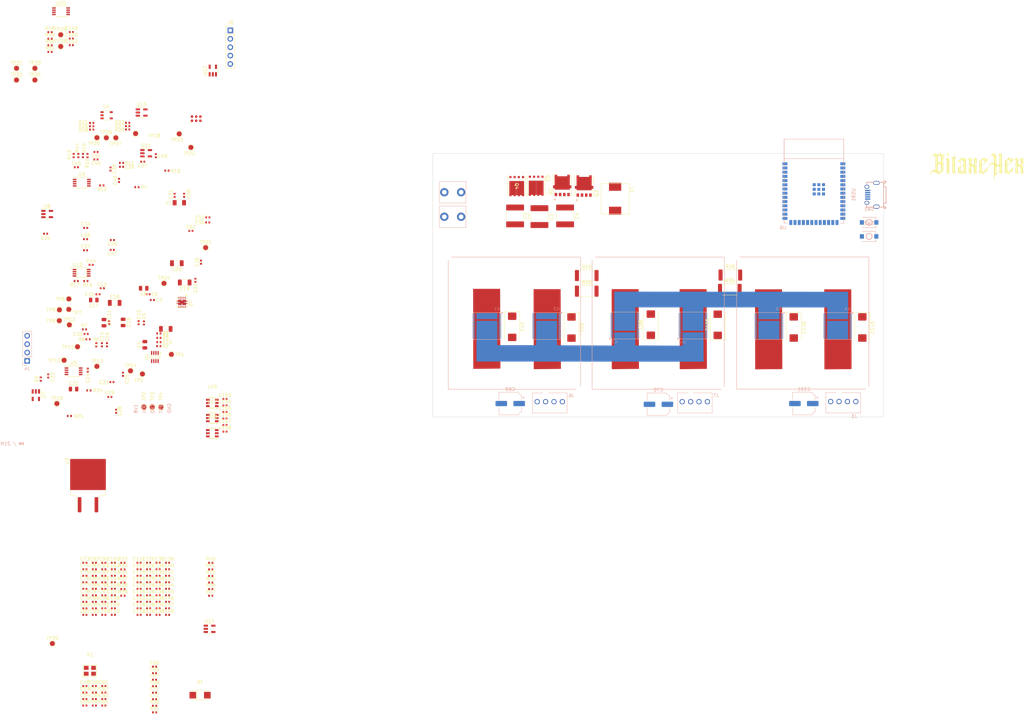
<source format=kicad_pcb>
(kicad_pcb (version 20221018) (generator pcbnew)
  (layers (0 "F.Cu" signal) (1 "In1.Cu" signal) (2 "In2.Cu" signal) (31 "B.Cu" signal) (34 "B.Paste" user) (35 "F.Paste" user) (36 "B.SilkS" user "B.Silkscreen") (37 "F.SilkS" user "F.Silkscreen") (38 "B.Mask" user) (39 "F.Mask" user) (44 "Edge.Cuts" user))
  (net 0 "")
  (net 1 "GND")
  (net 2 "/Power/VIN")
  (net 3 "/VDD")
  (net 4 "/ESP32/EN")
  (net 5 "/5V")
  (net 6 "/3V3")
  (net 7 "/Power/VIN_M")
  (net 8 "Net-(U1-IN+)")
  (net 9 "/SCL")
  (net 10 "/Power/OUT0")
  (net 11 "/Power/SW")
  (net 12 "Net-(U1-IN-)")
  (net 13 "Net-(U2-SS)")
  (net 14 "Net-(U2-COMP)")
  (net 15 "Net-(C8-Pad2)")
  (net 16 "Net-(U2-BOOT)")
  (net 17 "Net-(U2-BP)")
  (net 18 "Net-(C17-Pad1)")
  (net 19 "/1V8")
  (net 20 "/BM1397-1/GND")
  (net 21 "Net-(IC1-VDD1_0)")
  (net 22 "Net-(IC1-VDD2_0)")
  (net 23 "/BM1397-1/0V8")
  (net 24 "Net-(IC1-VDD3_0)")
  (net 25 "Net-(IC1-VDD3_1)")
  (net 26 "Net-(IC1-VDD2_1)")
  (net 27 "Net-(IC1-VDD1_1)")
  (net 28 "Net-(IC2-VDD1_0)")
  (net 29 "/ESP32/P_TX")
  (net 30 "/ESP32/P_RX")
  (net 31 "/ESP32/IO0")
  (net 32 "/ESP32/XIN32")
  (net 33 "/ESP32/XOUT32")
  (net 34 "/Power/PGOOD")
  (net 35 "/Power/OUT1")
  (net 36 "/SDA")
  (net 37 "Net-(IC2-VDD2_0)")
  (net 38 "Net-(IC2-VDD3_0)")
  (net 39 "Net-(IC2-VDD3_1)")
  (net 40 "Net-(IC2-VDD2_1)")
  (net 41 "Net-(IC2-VDD1_1)")
  (net 42 "Net-(U9-DP)")
  (net 43 "Net-(U9-DN)")
  (net 44 "Net-(U10-DP)")
  (net 45 "Net-(U10-DN)")
  (net 46 "Net-(IC3-VDD1_0)")
  (net 47 "Net-(IC3-VDD2_0)")
  (net 48 "/BM1398-2/0V8")
  (net 49 "/BM1398-2/1V8")
  (net 50 "Net-(IC3-VDD3_0)")
  (net 51 "Net-(IC3-VDD3_1)")
  (net 52 "Net-(IC3-VDD2_1)")
  (net 53 "Net-(IC3-VDD1_1)")
  (net 54 "Net-(IC4-VDD1_0)")
  (net 55 "Net-(IC4-VDD2_0)")
  (net 56 "Net-(IC4-VDD3_0)")
  (net 57 "Net-(IC4-VDD3_1)")
  (net 58 "Net-(IC4-VDD2_1)")
  (net 59 "Net-(IC4-VDD1_1)")
  (net 60 "Net-(IC5-VDD1_0)")
  (net 61 "Net-(IC5-VDD2_0)")
  (net 62 "/BM1397-3/0V8")
  (net 63 "/BM1397-3/1V8")
  (net 64 "Net-(IC5-VDD3_0)")
  (net 65 "Net-(IC5-VDD3_1)")
  (net 66 "Net-(IC5-VDD2_1)")
  (net 67 "Net-(IC5-VDD1_1)")
  (net 68 "Net-(IC6-VDD1_0)")
  (net 69 "Net-(IC6-VDD2_0)")
  (net 70 "Net-(IC6-VDD3_0)")
  (net 71 "Net-(IC6-VDD3_1)")
  (net 72 "Net-(IC6-VDD2_1)")
  (net 73 "Net-(IC6-VDD1_1)")
  (net 74 "Net-(USB1-VBUS)")
  (net 75 "Net-(IC1-ADDR0)")
  (net 76 "Net-(IC1-ADDR1)")
  (net 77 "Net-(IC1-ADDR2)")
  (net 80 "/NRSTI")
  (net 81 "/RO")
  (net 82 "/CI")
  (net 83 "Net-(IC1-CLKI)")
  (net 87 "Net-(IC1-CLKO)")
  (net 88 "Net-(IC1-CO)")
  (net 89 "Net-(IC1-RI)")
  (net 90 "Net-(IC1-NRSTO)")
  (net 91 "Net-(IC1-BO)")
  (net 92 "Net-(IC2-ADDR0)")
  (net 93 "Net-(IC2-ADDR1)")
  (net 94 "Net-(IC2-ADDR2)")
  (net 101 "/BM1397-1/CLKO")
  (net 102 "/BM1397-1/CO")
  (net 103 "/BM1397-1/RI")
  (net 104 "/BM1397-1/NRSTO")
  (net 105 "/BM1397-1/BO")
  (net 106 "Net-(IC3-ADDR0)")
  (net 107 "Net-(IC3-ADDR1)")
  (net 108 "Net-(IC3-ADDR2)")
  (net 110 "/BM1397-3/CLKI")
  (net 111 "/BM1397-3/CI")
  (net 112 "/BM1397-3/RO")
  (net 113 "/BM1397-3/NRSTI")
  (net 114 "/BM1397-3/BI")
  (net 115 "/TEMP1_N")
  (net 116 "/TEMP1_P")
  (net 119 "Net-(IC3-BI)")
  (net 120 "Net-(IC3-NRSTI)")
  (net 121 "Net-(IC3-RO)")
  (net 122 "Net-(IC3-CI)")
  (net 123 "Net-(IC3-CLKI)")
  (net 124 "Net-(IC4-ADDR0)")
  (net 125 "Net-(IC4-ADDR1)")
  (net 126 "Net-(IC4-ADDR2)")
  (net 128 "/TEMP2_N")
  (net 129 "/TEMP2_P")
  (net 132 "Net-(IC5-ADDR0)")
  (net 133 "Net-(IC5-ADDR1)")
  (net 134 "Net-(IC5-ADDR2)")
  (net 139 "Net-(IC5-CLKO)")
  (net 140 "Net-(IC5-CO)")
  (net 141 "Net-(IC5-RI)")
  (net 142 "Net-(IC5-NRSTO)")
  (net 143 "Net-(IC5-BO)")
  (net 144 "Net-(IC6-ADDR0)")
  (net 145 "Net-(IC6-ADDR1)")
  (net 146 "Net-(IC6-ADDR2)")
  (net 153 "Net-(IC6-CLKO)")
  (net 154 "Net-(IC6-CO)")
  (net 155 "Net-(IC6-RI)")
  (net 156 "Net-(IC6-NRSTO)")
  (net 157 "Net-(IC6-BO)")
  (net 158 "/Fan/FAN_TACH1")
  (net 159 "/Fan/FAN_PWM1")
  (net 160 "/Fan/FAN_TACH2")
  (net 161 "/Fan/FAN_PWM2")
  (net 162 "Net-(Q1-G)")
  (net 163 "Net-(Q2-G)")
  (net 164 "Net-(U5-FS0)")
  (net 165 "Net-(U5-FS1)")
  (net 171 "Net-(U6-GPIO19{slash}U1RTS{slash}ADC2_CH8{slash}CLK_OUT2{slash}USB_D-)")
  (net 172 "Net-(U6-GPIO20{slash}U1CTS{slash}ADC2_CH9{slash}CLK_OUT1{slash}USB_D+)")
  (net 173 "Net-(JP1-C)")
  (net 197 "/BM1397-1/GND1")
  (net 198 "/BM1397-3/VDD3")
  (net 199 "Net-(U15-DP)")
  (net 200 "Net-(U15-DN)")
  (net 203 "/TEMP3_N")
  (net 204 "/TEMP3_P")
  (net 205 "/Fan/FAN_TACH3")
  (net 206 "/Fan/FAN_PWM3")
  (footprint "Resistor_SMD:R_0402_1005Metric" (layer "F.Cu") (at -49.56 39.119)
    (fp_text reference "R26")
    (fp_text value "100")
  )
  (footprint "Capacitor_SMD:C_0402_1005Metric" (layer "F.Cu") (at -41.311 55.496 90)
    (property "Value" "587-5514-1-ND")
    (fp_text reference "C43")
    (fp_text value "1uF")
  )
  (footprint "Capacitor_SMD:C_1206_3216Metric" (layer "F.Cu") (at -21.46 86.379 180)
    (fp_text reference "C19")
    (fp_text value "10uF")
  )
  (footprint "TestPoint:TestPoint_Pad_D1.5mm" (layer "F.Cu") (at -72.297 25.133)
    (fp_text reference "TP32")
    (fp_text value "TestPoint")
  )
  (footprint "TestPoint:TestPoint_Pad_D1.5mm" (layer "F.Cu") (at -66.747 25.133)
    (fp_text reference "TP34")
    (fp_text value "TestPoint")
  )
  (footprint "Package_TO_SOT_SMD:TO-263-2" (layer "F.Cu") (at -50.688 145.958 90)
    (fp_text reference "U3")
    (fp_text value "uA7805")
  )
  (footprint "Capacitor_SMD:C_0402_1005Metric" (layer "F.Cu") (at -30.578 206.541)
    (property "Value" "311-3342-1-ND")
    (fp_text reference "C67")
    (fp_text value "0.1uF")
  )
  (footprint "Resistor_SMD:R_0402_1005Metric" (layer "F.Cu") (at -62.167 14.633)
    (fp_text reference "R50")
    (fp_text value "10k")
  )
  (footprint "Package_TO_SOT_SMD:SOT-23-5" (layer "F.Cu") (at -63.03 65.669)
    (fp_text reference "U8")
    (fp_text value "MCP1824T-0802E")
  )
  (footprint "Capacitor_SMD:C_0805_2012Metric" (layer "F.Cu") (at -45.85 98.529 -90)
    (fp_text reference "C7")
    (fp_text value "270pF")
  )
  (footprint "Resistor_SMD:R_0402_1005Metric" (layer "F.Cu") (at -51.76 100.569)
    (fp_text reference "R7")
    (fp_text value "6.49k")
  )
  (footprint "Capacitor_SMD:C_0402_1005Metric" (layer "F.Cu") (at -35.248 179.051)
    (property "Value" "587-5514-1-ND")
    (fp_text reference "C115")
    (fp_text value "1uF")
  )
  (footprint "Capacitor_SMD:C_0402_1005Metric" (layer "F.Cu") (at -51.638 173.141)
    (property "Value" "587-5514-1-ND")
    (fp_text reference "C74")
    (fp_text value "1uF")
  )
  (footprint "Resistor_SMD:R_0402_1005Metric" (layer "F.Cu") (at -55.0204 47.978 -90)
    (fp_text reference "R13")
    (fp_text value "10k")
  )
  (footprint "Capacitor_SMD:C_0402_1005Metric" (layer "F.Cu") (at -45.898 210.421)
    (property "Value" "587-5514-1-ND")
    (fp_text reference "C62")
    (fp_text value "1uF")
  )
  (footprint "TestPoint:TestPoint_Pad_D1.5mm" (layer "F.Cu") (at -45.15 42.599)
    (fp_text reference "TP26")
    (fp_text value "TestPoint")
  )
  (footprint "Resistor_SMD:R_0402_1005Metric" (layer "F.Cu") (at -62.167 16.623)
    (fp_text reference "R51")
    (fp_text value "5.6k")
  )
  (footprint "Resistor_SMD:R_0402_1005Metric" (layer "F.Cu") (at -40.138 171.181)
    (fp_text reference "R32")
    (fp_text value "0")
  )
  (footprint "Capacitor_SMD:C_0402_1005Metric" (layer "F.Cu") (at -51.638 214.361)
    (property "Value" "311-3342-1-ND")
    (fp_text reference "C55")
    (fp_text value "0.1uF")
  )
  (footprint "TestPoint:TestPoint_Pad_D1.5mm" (layer "F.Cu") (at -58.937 11.433)
    (fp_text reference "TP29")
    (fp_text value "TestPoint")
  )
  (footprint "Capacitor_SMD:C_2220_5650Metric" (layer "F.Cu") (at 85.776 66.448 -90)
    (fp_text reference "C1")
    (fp_text value "22uF")
  )
  (footprint "Capacitor_SMD:C_0402_1005Metric" (layer "F.Cu") (at -35.248 181.021)
    (property "Value" "311-3342-1-ND")
    (fp_text reference "C116")
    (fp_text value "0.1uF")
  )
  (footprint "MountingHole:MountingHole_3.5mm" (layer "F.Cu") (at 185.992 119.411)
    (fp_text reference "H10" hide)
    (fp_text value "MountingHole")
  )
  (footprint "LOGO" (layer "F.Cu") (at 217.901 51.315)
    (fp_text reference "G***" hide)
    (fp_text value "LOGO" hide)
  )
  (footprint "Capacitor_SMD:C_0402_1005Metric" (layer "F.Cu") (at -48.2646 46.9048 180)
    (property "Value" "587-5514-1-ND")
    (fp_text reference "C41")
    (fp_text value "1uF")
  )
  (footprint "Capacitor_SMD:C_0402_1005Metric" (layer "F.Cu") (at -51.638 171.171)
    (property "Value" "587-5514-1-ND")
    (fp_text reference "C73")
    (fp_text value "1uF")
  )
  (footprint "Capacitor_SMD:C_0402_1005Metric" (layer "F.Cu") (at -51.638 181.021)
    (property "Value" "311-3342-1-ND")
    (fp_text reference "C78")
    (fp_text value "0.1uF")
  )
  (footprint "bitaxe:NTMFS5C673NLT1G" (layer "F.Cu") (at 99.287 57.144995 90)
    (fp_text reference "Q3")
    (fp_text value "NTMFS5C673NLT1G")
  )
  (footprint "Capacitor_SMD:C_0402_1005Metric" (layer "F.Cu") (at -51.638 210.421)
    (property "Value" "311-3342-1-ND")
    (fp_text reference "C53")
    (fp_text value "0.1uF")
  )
  (footprint "Resistor_SMD:R_1206_3216Metric" (layer "F.Cu") (at -27.18 100.419 180)
    (fp_text reference "R1")
    (fp_text value "2m")
  )
  (footprint "Capacitor_SMD:C_0402_1005Metric" (layer "F.Cu") (at -45.898 184.961)
    (property "Value" "311-3342-1-ND")
    (fp_text reference "C99")
    (fp_text value "0.1uF")
  )
  (footprint "Capacitor_SMD:C_0402_1005Metric" (layer "F.Cu") (at -31.23 91.689 180)
    (fp_text reference "C3")
    (fp_text value "~")
  )
  (footprint "Capacitor_SMD:C_0402_1005Metric" (layer "F.Cu") (at -51.638 186.931)
    (property "Value" "587-5514-1-ND")
    (fp_text reference "C81")
    (fp_text value "1uF")
  )
  (footprint "Capacitor_SMD:C_0402_1005Metric" (layer "F.Cu") (at -55.727 10.643)
    (fp_text reference "C149")
    (fp_text value "470pF")
  )
  (footprint "MountingHole:MountingHole_3.5mm" (layer "F.Cu") (at 57.486 78.006)
    (fp_text reference "H6" hide)
    (fp_text value "MountingHole")
  )
  (footprint "Capacitor_SMD:C_0402_1005Metric" (layer "F.Cu") (at -43.887 52.0606 -90)
    (property "Value" "587-5514-1-ND")
    (fp_text reference "C38")
    (fp_text value "1uF")
  )
  (footprint "TestPoint:TestPoint_Pad_D1.5mm" (layer "F.Cu") (at -34.23 114.059)
    (fp_text reference "TP5")
    (fp_text value "TestPoint")
  )
  (footprint "Resistor_SMD:R_0402_1005Metric" (layer "F.Cu") (at -38.71 39.079)
    (fp_text reference "R27")
    (fp_text value "100")
  )
  (footprint "Capacitor_SMD:C_0402_1005Metric" (layer "F.Cu") (at -40.13 114.139 -90)
    (fp_text reference "C25")
    (fp_text value "6.8pF")
  )
  (footprint "Capacitor_SMD:C_0402_1005Metric" (layer "F.Cu") (at -54.21 51.509)
    (property "Value" "587-5514-1-ND")
    (fp_text reference "C45")
    (fp_text value "1uF")
  )
  (footprint "bitaxe:SC32S-7PF20PPM" (layer "F.Cu") (at -23.075 62.248 180)
    (fp_text reference "Y1")
    (fp_text value "32.768kHz")
  )
  (footprint "Capacitor_SMD:C_0402_1005Metric" (layer "F.Cu") (at -26.638 177.081)
    (property "Value" "587-5514-1-ND")
    (fp_text reference "C142")
    (fp_text value "1uF")
  )
  (footprint "TestPoint:TestPoint_Pad_D1.5mm" (layer "F.Cu") (at -60.1 123.009)
    (fp_text reference "TP16")
    (fp_text value "TestPoint")
  )
  (footprint "Capacitor_SMD:C_0402_1005Metric" (layer "F.Cu") (at -32.378 179.051)
    (fp_text reference "C124")
    (fp_text value "1uF")
  )
  (footprint "Resistor_SMD:R_0402_1005Metric" (layer "F.Cu") (at -13.588 175.161)
    (fp_text reference "R42")
    (fp_text value "0")
  )
  (footprint "Capacitor_SMD:C_0402_1005Metric" (layer "F.Cu") (at -32.378 184.961)
    (property "Value" "587-5514-1-ND")
    (fp_text reference "C128")
    (fp_text value "1uF")
  )
  (footprint "Package_SO:TSSOP-8_3x3mm_P0.65mm" (layer "F.Cu") (at -55.05 113.239)
    (fp_text reference "U5")
    (fp_text value "DS4432U+")
  )
  (footprint "Capacitor_SMD:C_0402_1005Metric" (layer "F.Cu") (at -32.378 186.931)
    (property "Value" "587-5514-1-ND")
    (fp_text reference "C129")
    (fp_text value "1uF")
  )
  (footprint "Capacitor_SMD:C_0402_1005Metric" (layer "F.Cu") (at -19.581 70.764)
    (property "Value" "587-5514-1-ND")
    (fp_text reference "C51")
    (fp_text value "1uF")
  )
  (footprint "TestPoint:TestPoint_Pad_D1.5mm" (layer "F.Cu") (at -23.114 41.427)
    (fp_text reference "TP23")
    (fp_text value "TestPoint")
  )
  (footprint "Resistor_SMD:R_0402_1005Metric" (layer "F.Cu") (at -48.17 105.239 -90)
    (fp_text reference "R6")
    (fp_text value "100k")
  )
  (footprint "Capacitor_SMD:C_0402_1005Metric" (layer "F.Cu") (at -51.638 177.081)
    (property "Value" "587-5514-1-ND")
    (fp_text reference "C76")
    (fp_text value "1uF")
  )
  (footprint "Resistor_SMD:R_0402_1005Metric" (layer "F.Cu") (at -40.138 181.131)
    (fp_text reference "R39")
    (fp_text value "0")
  )
  (footprint "Capacitor_Tantalum_SMD:CP_EIA-7343-31_Kemet-D_Pad2.25x2.55mm_HandSolder" (layer "F.Cu") (at 95.463 100.007 -90)
    (fp_text reference "C59")
    (fp_text value "330uF")
  )
  (footprint "Resistor_SMD:R_0402_1005Metric" (layer "F.Cu") (at -40.138 175.161)
    (fp_text reference "R34")
    (fp_text value "0")
  )
  (footprint "lcsc:OSC-SMD_4P-L3.2-W2.5-BL" (layer "F.Cu") (at -50.118 203.841)
    (fp_text reference "X1")
    (fp_text value "OT322525MJBA4SL")
  )
  (footprint "MountingHole:MountingHole_3.5mm" (layer "F.Cu") (at 98.206 119.456)
    (fp_text reference "H5" hide)
    (fp_text value "MountingHole")
  )
  (footprint "Capacitor_SMD:C_0402_1005Metric" (layer "F.Cu") (at -9.282 129.509)
    (property "Value" "311-3342-1-ND")
    (fp_text reference "C157")
    (fp_text value "0.1uF")
  )
  (footprint "Capacitor_SMD:C_0402_1005Metric" (layer "F.Cu") (at -30.578 210.481)
    (property "Value" "311-3342-1-ND")
    (fp_text reference "C71")
    (fp_text value "0.1uF")
  )
  (footprint "Capacitor_SMD:C_0402_1005Metric" (layer "F.Cu") (at -14.49 68.219)
    (property "Value" "587-5514-1-ND")
    (fp_text reference "C50")
    (fp_text value "1uF")
  )
  (footprint "Capacitor_SMD:C_2220_5650Metric" (layer "F.Cu") (at 93.526 66.251 -90)
    (fp_text reference "C4")
    (fp_text value "22uF")
  )
  (footprint "lcsc:SOT-23-6_L2.9-W1.6-P0.95-LS2.8-BR" (layer "F.Cu") (at -13.117 131.979)
    (fp_text reference "U18")
    (fp_text value "SN74LVC1T45DBVR")
  )
  (footprint "Resistor_SMD:R_0402_1005Metric" (layer "F.Cu") (at -30.558 216.421)
    (fp_text reference "R31")
    (fp_text value "5.6k")
  )
  (footprint "Package_TO_SOT_SMD:SOT-23-5" (layer "F.Cu") (at -66.454 120.4695 -90)
    (fp_text reference "U7")
    (fp_text value "MCP1824T-1802E")
  )
  (footprint "Capacitor_SMD:C_0402_1005Metric" (layer "F.Cu") (at -46.37 88.139 180)
    (fp_text reference "C12")
    (fp_text value "0.1uF")
  )
  (footprint "Capacitor_SMD:C_0402_1005Metric" (layer "F.Cu") (at -14.448 66.675)
    (property "Value" "587-5514-1-ND")
    (fp_text reference "C52")
    (fp_text value "1uF")
  )
  (footprint "Capacitor_SMD:C_0402_1005Metric" (layer "F.Cu") (at -26.638 182.991)
    (property "Value" "587-5514-1-ND")
    (fp_text reference "C146")
    (fp_text value "1uF")
  )
  (footprint "Capacitor_SMD:C_0402_1005Metric" (layer "F.Cu") (at -30.578 212.451)
    (property "Value" "311-3342-1-ND")
    (fp_text reference "C72")
    (fp_text value "0.1uF")
  )
  (footprint "Capacitor_SMD:C_0402_1005Metric" (layer "F.Cu") (at -48.768 177.081)
    (fp_text reference "C85")
    (fp_text value "1uF")
  )
  (footprint "Capacitor_SMD:C_0402_1005Metric" (layer "F.Cu") (at -45.898 171.171)
    (property "Value" "587-5514-1-ND")
    (fp_text reference "C92")
    (fp_text value "1uF")
  )
  (footprint "Capacitor_SMD:C_0402_1005Metric" (layer "F.Cu") (at -32.378 182.991)
    (property "Value" "587-5514-1-ND")
    (fp_text reference "C127")
    (fp_text value "1uF")
  )
  (footprint "Capacitor_SMD:C_0402_1005Metric" (layer "F.Cu") (at -35.248 173.141)
    (property "Value" "587-5514-1-ND")
    (fp_text reference "C112")
    (fp_text value "1uF")
  )
  (footprint "Capacitor_SMD:C_0402_1005Metric" (layer "F.Cu") (at -29.508 171.171)
    (property "Value" "587-5514-1-ND")
    (fp_text reference "C130")
    (fp_text value "1uF")
  )
  (footprint "Resistor_SMD:R_0402_1005Metric" (layer "F.Cu") (at -38.71 40.089)
    (fp_text reference "R29")
    (fp_text value "10k")
  )
  (footprint "Capacitor_SMD:C_0402_1005Metric" (layer "F.Cu") (at -43.028 177.081)
    (property "Value" "587-5514-1-ND")
    (fp_text reference "C104")
    (fp_text value "1uF")
  )
  (footprint "Capacitor_SMD:C_0402_1005Metric" (layer "F.Cu") (at -32.378 171.171)
    (property "Value" "311-3342-1-ND")
    (fp_text reference "C120")
    (fp_text value "0.1uF")
  )
  (footprint "Capacitor_SMD:C_0402_1005Metric" (layer "F.Cu") (at -21.627 59.995 90)
    (property "Value" "587-5514-1-ND")
    (fp_text reference "C30")
    (fp_text value "1uF")
  )
  (footprint "Capacitor_SMD:C_0402_1005Metric" (layer "F.Cu") (at -29.508 179.051)
    (property "Value" "587-5514-1-ND")
    (fp_text reference "C134")
    (fp_text value "1uF")
  )
  (footprint "TestPoint:TestPoint_Pad_D1.5mm" (layer "F.Cu") (at -61.458 195.591)
    (fp_text reference "TP20")
    (fp_text value "TestPoint")
  )
  (footprint "TestPoint:TestPoint_Pad_D1.5mm" (layer "F.Cu") (at -15.12 75.829)
    (fp_text reference "TP21")
    (fp_text value "TestPoint")
  )
  (footprint "Capacitor_SMD:C_0402_1005Metric" (layer "F.Cu") (at -48.768 184.961)
    (property "Value" "587-5514-1-ND")
    (fp_text reference "C90")
    (fp_text value "1uF")
  )
  (footprint "Capacitor_SMD:C_0402_1005Metric" (layer "F.Cu") (at -9.282 121.629)
    (property "Value" "311-3342-1-ND")
    (fp_text reference "C153")
    (fp_text value "0.1uF")
  )
  (footprint "Capacitor_SMD:C_0402_1005Metric" (layer "F.Cu") (at -16.53 80.229 90)
    (property "Value" "311-3342-1-ND")
    (fp_text reference "C26")
    (fp_text value "0.1uF")
  )
  (footprint "Capacitor_SMD:C_0402_1005Metric" (layer "F.Cu") (at -29.508 175.111)
    (property "Value" "587-5514-1-ND")
    (fp_text reference "C132")
    (fp_text value "1uF")
  )
  (footprint "TPS40305_supply:TPS40305" (layer "F.Cu") (at -22.25 92.384 -90)
    (fp_text reference "U2")
    (fp_text value "TPS40305")
  )
  (footprint "Resistor_SMD:R_0402_1005Metric" (layer "F.Cu") (at -50.8412 47.9826 -90)
    (fp_text reference "R10")
    (fp_text value "DNP")
  )
  (footprint "Capacitor_SMD:C_0402_1005Metric" (layer "F.Cu") (at -43.028 184.961)
    (property "Value" "587-5514-1-ND")
    (fp_text reference "C109")
    (fp_text value "1uF")
  )
  (footprint "Capacitor_SMD:C_0402_1005Metric" (layer "F.Cu") (at -29.508 186.931)
    (property "Value" "587-5514-1-ND")
    (fp_text reference "C138")
    (fp_text value "1uF")
  )
  (footprint "bitaxe:744373580047" (layer "F.Cu") (at 108.655 61.044 -90)
    (fp_text reference "L1")
    (fp_text value "470nH")
  )
  (footprint "Capacitor_SMD:C_0402_1005Metric" (layer "F.Cu") (at -35.248 182.991)
    (property "Value" "311-3342-1-ND")
    (fp_text reference "C117")
    (fp_text value "0.1uF")
  )
  (footprint "Capacitor_SMD:C_0402_1005Metric" (layer "F.Cu") (at -45.898 177.081)
    (property "Value" "587-5514-1-ND")
    (fp_text reference "C95")
    (fp_text value "1uF")
  )
  (footprint "Package_TO_SOT_SMD:SOT-23-5" (layer "F.Cu") (at -12.955 22.2675 90)
    (fp_text reference "U12")
    (fp_text value "MCP1824T-0802E")
  )
  (footprint "Resistor_SMD:R_2512_6332Metric" (layer "F.Cu") (at 100.076 88.997)
    (fp_text reference "R20")
    (fp_text value "1")
  )
  (footprint "Capacitor_SMD:C_0402_1005Metric" (layer "F.Cu") (at -51.638 182.991)
    (property "Value" "311-3342-1-ND")
    (fp_text reference "C79")
    (fp_text value "0.1uF")
  )
  (footprint "Capacitor_SMD:C_0402_1005Metric" (layer "F.Cu") (at -32.378 177.081)
    (fp_text reference "C123")
    (fp_text value "1uF")
  )
  (footprint "Capacitor_Tantalum_SMD:CP_EIA-7343-31_Kemet-D_Pad2.25x2.55mm_HandSolder" (layer "F.Cu") (at 183.382 99.981 -90)
    (fp_text reference "C143")
    (fp_text value "330uF")
  )
  (footprint "Capacitor_SMD:C_0402_1005Metric" (layer "F.Cu") (at -43.028 175.111)
    (property "Value" "587-5514-1-ND")
    (fp_text reference "C103")
    (fp_text value "1uF")
  )
  (footprint "Resistor_SMD:R_0402_1005Metric" (layer "F.Cu") (at -52.205 47.978 90)
    (fp_text reference "R15")
    (fp_text value "1k")
  )
  (footprint "Connector:Tag-Connect_TC2030-IDC-NL_2x03_P1.27mm_Vertical" (layer "F.Cu") (at -17.98 36.818)
    (fp_text reference "J5" hide)
    (fp_text value "TC2030-IDC")
  )
  (footprint "Capacitor_SMD:C_0402_1005Metric" (layer "F.Cu") (at -47.66 89.939 180)
    (fp_text reference "C15")
    (fp_text value "1uF")
  )
  (footprint "MountingHole:MountingHole_2.2mm_M2" (layer "F.Cu") (at 57.127 50.725)
    (fp_text reference "H4" hide)
    (fp_text value "AlignmentHole")
  )
  (footprint "Capacitor_SMD:C_0402_1005Metric" (layer "F.Cu") (at -45.898 214.361)
    (property "Value" "587-5514-1-ND")
    (fp_text reference "C64")
    (fp_text value "1uF")
  )
  (footprint "Capacitor_SMD:C_0402_1005Metric" (layer "F.Cu") (at -45.898 212.391)
    (property "Value" "587-5514-1-ND")
    (fp_text reference "C63")
    (fp_text value "1uF")
  )
  (footprint "Resistor_SMD:R_0402_1005Metric" (layer "F.Cu") (at -51.34 85.939 180)
    (fp_text reference "R16")
    (fp_text value "0")
  )
  (footprint "Capacitor_SMD:C_0402_1005Metric" (layer "F.Cu") (at -43.028 179.051)
    (property "Value" "587-5514-1-ND")
    (fp_text reference "C106")
    (fp_text value "1uF")
  )
  (footprint "MountingHole:MountingHole_3.5mm" (layer "F.Cu") (at 142.306 119.456)
    (fp_text reference "H8" hide)
    (fp_text value "MountingHole")
  )
  (footprint "TestPoint:TestPoint_Pad_D1.5mm" (layer "F.Cu") (at -36.3 41.327)
    (fp_text reference "TP28")
    (fp_text value "TestPoint")
  )
  (footprint "TestPoint:TestPoint_Pad_D1.5mm" (layer "F.Cu") (at -66.747 21.583)
    (fp_text reference "TP33")
    (fp_text value "TestPoint")
  )
  (footprint "Capacitor_SMD:C_0402_1005Metric" (layer "F.Cu") (at -51.25 101.949 180)
    (property "Value" "311-3342-1-ND")
    (fp_text reference "C32")
    (fp_text value "0.1uF")
  )
  (footprint "Capacitor_SMD:C_0402_1005Metric" (layer "F.Cu") (at -26.638 186.931)
    (property "Value" "587-5514-1-ND")
    (fp_text reference "C148")
    (fp_text value "1uF")
  )
  (footprint "Connector_PinHeader_2.54mm:PinHeader_1x05_P2.54mm_Vertical" (layer "F.Cu") (at -7.663 10.127)
    (fp_text reference "J8")
    (fp_text value "Conn_01x05")
  )
  (footprint "Capacitor_SMD:C_0402_1005Metric" (layer "F.Cu") (at -45.898 182.991)
    (property "Value" "587-5514-1-ND")
    (fp_text reference "C98")
    (fp_text value "1uF")
  )
  (footprint "Capacitor_SMD:C_0402_1005Metric" (layer "F.Cu") (at -48.768 181.021)
    (property "Value" "587-5514-1-ND")
    (fp_text reference "C87")
    (fp_text value "1uF")
  )
  (footprint "Capacitor_SMD:C_0402_1005Metric" (layer "F.Cu") (at -26.638 173.141)
    (property "Value" "587-5514-1-ND")
    (fp_text reference "C140")
    (fp_text value "1uF")
  )
  (footprint "TestPoint:TestPoint_Pad_D1.5mm" (layer "F.Cu") (at -72.297 21.583)
    (fp_text reference "TP31")
    (fp_text value "TestPoint")
  )
  (footprint "Capacitor_SMD:C_0402_1005Metric" (layer "F.Cu") (at -48.768 179.051)
    (fp_text reference "C86")
    (fp_text value "1uF")
  )
  (footprint "Capacitor_SMD:C_0402_1005Metric" (layer "F.Cu") (at -51.638 175.111)
    (property "Value" "587-5514-1-ND")
    (fp_text reference "C75")
    (fp_text value "1uF")
  )
  (footprint "Capacitor_SMD:C_0402_1005Metric" (layer "F.Cu") (at -26.638 179.051)
    (property "Value" "587-5514-1-ND")
    (fp_text reference "C144")
    (fp_text value "1uF")
  )
  (footprint "Capacitor_SMD:C_0402_1005Metric" (layer "F.Cu") (at -44.96 105.219 90)
    (fp_text reference "C16")
    (fp_text value "1uF")
  )
  (footprint "Capacitor_Tantalum_SMD:CP_EIA-7343-31_Kemet-D_Pad2.25x2.55mm_HandSolder" (layer "F.Cu") (at 162.652 99.981 -90)
    (fp_text reference "C126")
    (fp_text value "330uF")
  )
  (footprint "Resistor_SMD:R_0402_1005Metric" (layer "F.Cu") (at -29.26 101.789 180)
    (fp_text reference "R3")
    (fp_text value "0")
  )
  (footprint "Capacitor_SMD:C_0402_1005Metric" (layer "F.Cu") (at -30.181 48.024 -90)
    (property "Value" "587-5514-1-ND")
    (fp_text reference "C49")
    (fp_text value "1uF")
  )
  (footprint "MountingHole:MountingHole_2.2mm_M2" (layer "F.Cu") (at 186.738 124.658)
    (fp_text reference "H3" hide)
    (fp_text value "AlignmentHole")
  )
  (footprint "TestPoint:TestPoint_Pad_D1.5mm" (layer "F.Cu") (at -56.32 99.199)
    (fp_text reference "TP12")
    (fp_text value "TestPoint")
  )
  (footprint "Capacitor_SMD:C_1206_3216Metric" (layer "F.Cu") (at -42.62 92.544)
    (fp_text reference "C18")
    (fp_text value "10uF")
  )
  (footprint "Capacitor_SMD:C_0402_1005Metric" (layer "F.Cu") (at -48.287 49.167 180)
    (fp_text reference "C40")
    (fp_text value "1uF")
  )
  (footprint "Capacitor_SMD:C_0402_1005Metric" (layer "F.Cu") (at -26.638 175.111)
    (property "Value" "587-5514-1-ND")
    (fp_text reference "C141")
    (fp_text value "1uF")
  )
  (footprint "Package_SO:TSSOP-8_3x3mm_P0.65mm" (layer "F.Cu") (at -52.63 83.439)
    (fp_text reference "U10")
    (fp_text value "EMC2101")
  )
  (footprint "Capacitor_SMD:C_0402_1005Metric" (layer "F.Cu") (at -29.508 173.141)
    (property "Value" "587-5514-1-ND")
    (fp_text reference "C131")
    (fp_text value "1uF")
  )
  (footprint "Capacitor_SMD:C_0402_1005Metric" (layer "F.Cu") (at -9.282 125.569)
    (property "Value" "311-3342-1-ND")
    (fp_text reference "C155")
    (fp_text value "0.1uF")
  )
  (footprint "Capacitor_SMD:C_0402_1005Metric" (layer "F.Cu") (at -48.768 182.991)
    (property "Value" "587-5514-1-ND")
    (fp_text reference "C89")
    (fp_text value "1uF")
  )
  (footprint "Capacitor_SMD:C_0402_1005Metric" (layer "F.Cu") (at -45.898 181.021)
    (property "Value" "587-5514-1-ND")
    (fp_text reference "C97")
    (fp_text value "1uF")
  )
  (footprint "lcsc:SOT-23-6_L2.9-W1.6-P0.95-LS2.8-BR" (layer "F.Cu") (at -13.117 127.399)
    (fp_text reference "U17")
    (fp_text value "SN74LVC1T45DBVR")
  )
  (footprint "Capacitor_SMD:C_0402_1005Metric" (layer "F.Cu") (at -40.5546 51.3798)
    (fp_text reference "C39")
    (fp_text value "1uF")
  )
  (footprint "Capacitor_SMD:C_0402_1005Metric" (layer "F.Cu") (at -26.638 184.961)
    (property "Value" "587-5514-1-ND")
    (fp_text reference "C147")
    (fp_text value "1uF")
  )
  (footprint "Capacitor_SMD:C_0402_1005Metric" (layer "F.Cu") (at -45.898 186.931)
    (property "Value" "587-5514-1-ND")
    (fp_text reference "C100")
    (fp_text value "1uF")
  )
  (footprint "Capacitor_SMD:C_0402_1005Metric" (layer "F.Cu") (at -43.028 173.141)
    (property "Value" "587-5514-1-ND")
    (fp_text reference "C102")
    (fp_text value "1uF")
  )
  (footprint "Capacitor_SMD:C_0402_1005Metric" (layer "F.Cu") (at -18.22 85.709 -90)
    (fp_text reference "C21")
    (fp_text value "1uF")
  )
  (footprint "Capacitor_SMD:C_0402_1005Metric" (layer "F.Cu") (at -24.511 60.004 90)
    (property "Value" "587-5514-1-ND")
    (fp_text reference "C31")
    (fp_text value "1uF")
  )
  (footprint "TestPoint:TestPoint_Pad_D1.5mm" (layer "F.Cu") (at -59.36 97.929)
    (fp_text reference "TP8")
    (fp_text value "TestPoint")
  )
  (footprint "TestPoint:TestPoint_Pad_D1.5mm" (layer "F.Cu") (at -27.71 86.639)
    (fp_text reference "TP24")
    (fp_text value "TestPoint")
  )
  (footprint "Capacitor_SMD:C_0402_1005Metric" (layer "F.Cu") (at -63.5 71.619 180)
    (property "Value" "587-5514-1-ND")
    (fp_text reference "C35")
    (fp_text value "1uF")
  )
  (footprint "TestPoint:TestPoint_Pad_D1.5mm" (layer "F.Cu") (at -56.47 91.349)
    (fp_text reference "TP6")
    (fp_text value "TestPoint")
  )
  (footprint "Capacitor_SMD:C_0402_1005Metric" (layer "F.Cu") (at -35.39 98.549 -90)
    (fp_text reference "C10")
    (fp_text value "0.33uF")
  )
  (footprint "Capacitor_SMD:C_0402_1005Metric" (layer "F.Cu") (at -9.282 123.599)
    (property "Value" "311-3342-1-ND")
    (fp_text reference "C154")
    (fp_text value "0.1uF")
  )
  (footprint "Capacitor_SMD:C_0402_1005Metric" (layer "F.Cu") (at -29.508 177.081)
    (property "Value" "587-5514-1-ND")
    (fp_text reference "C133")
    (fp_text value "1uF")
  )
  (footprint "TestPoint:TestPoint_Pad_D1.5mm" (layer "F.Cu") (at -42.27 42.609)
    (fp_text reference "TP27")
    (fp_text value "TestPoint")
  )
  (footprint "Capacitor_SMD:C_0402_1005Metric" (layer "F.Cu") (at -48.768 214.361)
    (property "Value" "587-5514-1-ND")
    (fp_text reference "C60")
    (fp_text value "1uF")
  )
  (footprint "Capacitor_SMD:C_0402_1005Metric" (layer "F.Cu") (at -44.3 98.519 -90)
    (fp_text reference "C11")
    (fp_text value "1uF")
  )
  (footprint "Package_TO_SOT_SMD:SOT-23-5" (layer "F.Cu") (at -34.4745 34.963)
    (fp_text reference "U13")
    (fp_text value "MCP1824T-1802E")
  )
  (footprint "Resistor_SMD:R_0402_1005Metric" (layer "F.Cu") (at -53.6127 47.978 -90)
    (fp_text reference "R14")
    (fp_text value "1k")
  )
  (footprint "Capacitor_SMD:C_0402_1005Metric" (layer "F.Cu") (at -29.508 182.991)
    (property "Value" "587-5514-1-ND")
    (fp_text reference "C136")
    (fp_text value "1uF")
  )
  (footprint "Resistor_SMD:R_0402_1005Metric" (layer "F.Cu") (at -40.556 50.191)
    (fp_text reference "R11")
    (fp_text value "10k")
  )
  (footprint "Capacitor_SMD:C_0402_1005Metric" (layer "F.Cu") (at -45.898 175.111)
    (property "Value" "587-5514-1-ND")
    (fp_text reference "C94")
    (fp_text value "1uF")
  )
  (footprint "MountingHole:MountingHole_3.5mm" (layer "F.Cu") (at 144.642 77.961)
    (fp_text reference "H9" hide)
    (fp_text value "MountingHole")
  )
  (footprint "Capacitor_SMD:C_0402_1005Metric" (layer "F.Cu") (at -51.638 208.451)
    (property "Value" "587-5514-1-ND")
    (fp_text reference "C48")
    (fp_text value "1uF")
  )
  (footprint "Capacitor_SMD:C_0402_1005Metric" (layer "F.Cu") (at -46.48 105.219 90)
    (fp_text reference "C14")
    (fp_text value "0.1uF")
  )
  (footprint "MountingHole:MountingHole_2.2mm_M2" (layer "F.Cu") (at 186.741 50.725)
    (fp_text reference "H2" hide)
    (fp_text value "AlignmentHole")
  )
  (footprint "Capacitor_SMD:C_0805_2012Metric" (layer "F.Cu") (at -40.07 98.459 -90)
    (fp_text reference "C13")
    (fp_text value "4.7uF")
  )
  (footprint "MountingHole:MountingHole_2.2mm_M2" (layer "F.Cu") (at 57.198 124.545)
    (fp_text reference "H1" hide)
    (fp_text value "AlignmentHole")
  )
  (footprint "Capacitor_SMD:C_0402_1005Metric" (layer "F.Cu") (at -32.378 181.021)
    (property "Value" "587-5514-1-ND")
    (fp_text reference "C125")
    (fp_text value "1uF")
  )
  (footprint "TestPoint:TestPoint_Pad_D1.5mm" (layer "F.Cu") (at -53.86 105.819)
    (fp_text reference "TP11")
    (fp_text value "TestPoint")
  )
  (footprint "bitaxe:CSD17577Q5A" (layer "F.Cu") (at 84.796 57.123928 -90)
    (fp_text reference "Q2")
    (fp_text value "CSD17577Q5A")
  )
  (footprint "TestPoint:TestPoint_Pad_D1.5mm" (layer "F.Cu") (at -25.48 108.129)
    (fp_text reference "TP1")
    (fp_text value "TestPoint")
  )
  (footprint "Capacitor_SMD:C_0402_1005Metric" (layer "F.Cu") (at -51.638 179.051)
    (property "Value" "587-5514-1-ND")
    (fp_text reference "C77")
    (fp_text value "1uF")
  )
  (footprint "Capacitor_SMD:C_0402_1005Metric" (layer "F.Cu") (at -48.768 212.391)
    (property "Value" "587-5514-1-ND")
    (fp_text reference "C58")
    (fp_text value "1uF")
  )
  (footprint "Capacitor_SMD:C_0402_1005Metric" (layer "F.Cu") (at -35.248 175.111)
    (property "Value" "587-5514-1-ND")
    (fp_text reference "C113")
    (fp_text value "1uF")
  )
  (footprint "Resistor_SMD:R_0402_1005Metric" (layer "F.Cu") (at -13.588 173.171)
    (fp_text reference "R41")
    (fp_text value "0")
  )
  (footprint "Capacitor_SMD:C_0402_1005Metric" (layer "F.Cu") (at -48.768 186.931)
    (property "Value" "587-5514-1-ND")
    (fp_text reference "C91")
    (fp_text value "1uF")
  )
  (footprint "Resistor_SMD:R_0402_1005Metric" (layer "F.Cu") (at -29.25 104.419)
    (fp_text reference "R23")
    (fp_text value "0")
  )
  (footprint "Resistor_SMD:R_0402_1005Metric" (layer "F.Cu") (at -40.138 179.141)
    (fp_text reference "R38")
    (fp_text value "0")
  )
  (footprint "Capacitor_SMD:C_0402_1005Metric" (layer "F.Cu") (at -62.7 114.659 90)
    (property "Value" "311-3342-1-ND")
    (fp_text reference "C33")
    (fp_text value "0.1uF")
  )
  (footprint "Capacitor_SMD:C_0402_1005Metric" (layer "F.Cu") (at -48.768 171.171)
    (property "Value" "311-3342-1-ND")
    (fp_text reference "C82")
    (fp_text value "0.1uF")
  )
  (footprint "Capacitor_SMD:C_0402_1005Metric" (layer "F.Cu") (at -42.18 125.319 -90)
    (property "Value" "587-5514-1-ND")
    (fp_text reference "C28")
    (fp_text value "1uF")
  )
  (footprint "Capacitor_SMD:C_0402_1005Metric" (layer "F.Cu") (at -9.282 131.479)
    (property "Value" "311-3342-1-ND")
    (fp_text reference "C158")
    (fp_text value "0.1uF")
  )
  (footprint "TestPoint:TestPoint_Pad_D1.5mm" (layer "F.Cu") (at -31.26 124.049)
    (fp_text reference "TP3")
    (fp_text value "TestPoint")
  )
  (footprint "Package_SO:TSSOP-8_3x3mm_P0.65mm" (layer "F.Cu") (at -58.837 4.323)
    (fp_text reference "U15")
    (fp_text value "EMC2101")
  )
  (footprint "Capacitor_SMD:C_0402_1005Metric" (layer "F.Cu") (at -35.248 184.961)
    (property "Value" "311-3342-1-ND")
    (fp_text reference "C118")
    (fp_text value "0.1uF")
  )
  (footprint "Capacitor_SMD:C_0402_1005Metric" (layer "F.Cu") (at -30.578 204.571)
    (fp_text reference "C66")
    (fp_text value "470pF")
  )
  (footprint "Package_TO_SOT_SMD:SOT-23-5" (layer "F.Cu") (at -13.938 191.151)
    (fp_text reference "U14")
    (fp_text value "MCP1824T-0802E")
  )
  (footprint "Capacitor_SMD:C_0402_1005Metric" (layer "F.Cu") (at -43.028 186.931)
    (property "Value" "587-5514-1-ND")
    (fp_text reference "C110")
    (fp_text value "1uF")
  )
  (footprint "lcsc:SMA_L4.3-W2.6-LS5.2-RD" (layer "F.Cu") (at -16.813 211.221)
    (fp_text reference "D1")
    (fp_text value "SS310_C85658")
  )
  (footprint "Resistor_SMD:R_2512_6332Metric" (layer "F.Cu") (at 143.327 88.469)
    (fp_text reference "R35")
    (fp_text value "1")
  )
  (footprint "Capacitor_SMD:C_0402_1005Metric" (layer "F.Cu") (at -49.74 81.039)
    (property "Value" "587-5514-1-ND")
    (fp_text reference "C44")
    (fp_text value "1uF")
  )
  (footprint "Capacitor_SMD:C_0402_1005Metric" (layer "F.Cu") (at -32.378 175.111)
    (property "Value" "587-5514-1-ND")
    (fp_text reference "C122")
    (fp_text value "1uF")
  )
  (footprint "Package_SO:TSSOP-8_3x3mm_P0.65mm" (layer "F.Cu") (at -52.565 56.195)
    (fp_text reference "U9")
    (fp_text value "EMC2101")
  )
  (footprint "Resistor_SMD:R_2512_6332Metric" (layer "F.Cu") (at 143.495 84.124)
    (fp_text reference "R36")
    (fp_text value "1")
  )
  (footprint "TestPoint:TestPoint_Pad_D1.5mm" (layer "F.Cu") (at -47.99 42.579)
    (fp_text reference "TP25")
    (fp_text value "TestPoint")
  )
  (footprint "lcsc:SOT-23-6_L2.9-W1.6-P0.95-LS2.8-BR" (layer "F.Cu") (at -13.117 122.819)
    (fp_text reference "U16")
    (fp_text value "SN74LVC1T45DBVR")
  )
  (footprint "Capacitor_SMD:C_0805_2012Metric" (layer "F.Cu") (at -55.049 118.615)
    (fp_text reference "C22")
    (fp_text value "10uF")
  )
  (footprint "MountingHole:MountingHole_3.5mm" (layer "F.Cu") (at 100.956 78.006)
    (fp_text reference "H7" hide)
    (fp_text value "MountingHole")
  )
  (footprint "Capacitor_SMD:C_0402_1005Metric" (layer "F.Cu") (at -32.53 89.929 180)
    (fp_text reference "C6")
    (fp_text value "3.3nF")
  )
  (footprint "Capacitor_SMD:C_0402_1005Metric" (layer "F.Cu") (at -29.508 184.961)
    (property "Value" "311-3342-1-ND")
    (fp_text reference "C137")
    (fp_text value "0.1uF")
  )
  (footprint "Capacitor_SMD:C_0402_1005Metric" (layer "F.Cu") (at -29.508 181.021)
    (property "Value" "587-5514-1-ND")
    (fp_text reference "C135")
    (fp_text value "1uF")
  )
  (footprint "Capacitor_SMD:C_0402_1005Metric" (layer "F.Cu") (at -43.3184 73.5392 180)
    (property "Value" "587-5514-1-ND")
    (fp_text reference "C46")
    (fp_text value "1uF")
  )
  (footprint "Resistor_SMD:R_0402_1005Metric" (layer "F.Cu") (at -26.827 52.536)
    (fp_text reference "R18")
    (fp_text value "0")
  )
  (footprint "bitaxe:NTMFS5C673NLT1G" (layer "F.Cu") (at 92.665287 56.969164 90)
    (fp_text reference "Q1")
    (fp_text value "NTMFS5C673NLT1G")
  )
  (footprint "Resistor_SMD:R_0402_1005Metric" (layer "F.Cu") (at -56.297 126.758)
    (fp_text reference "R25")
    (fp_text value "100")
  )
  (footprint "TestPoint:TestPoint_Pad_D1.5mm" (layer "F.Cu") (at -57.91 109.909)
    (fp_text reference "TP10")
    (fp_text value "TestPoint")
  )
  (footprint "Capacitor_SMD:C_0402_1005Metric" (layer "F.Cu") (at -55.727 14.583)
    (property "Value" "311-3342-1-ND")
    (fp_text reference "C152")
    (fp_text value "0.1uF")
  )
  (footprint "Capacitor_SMD:C_0402_1005Metric" (layer "F.Cu") (at -48.768 175.111)
    (property "Value" "587-5514-1-ND")
    (fp_text reference "C84")
    (fp_text value "1uF")
  )
  (footprint "Resistor_SMD:R_0402_1005Metric" (layer "F.Cu") (at -54.25 85.939)
    (fp_text reference "R17")
    (fp_text value "0")
  )
  (footprint "Capacitor_Tantalum_SMD:CP_EIA-7343-31_Kemet-D_Pad2.25x2.55mm_HandSolder" (layer "F.Cu") (at 77.539 99.784 -90)
    (fp_text reference "C42")
    (fp_text value "330uF")
  )
  (footprint "TestPoint:TestPoint_Pad_D1.5mm" (layer "F.Cu") (at -56.49 94.519)
    (fp_text reference "TP7")
    (fp_text value "TestPoint")
  )
  (footprint "Capacitor_SMD:C_0402_1005Metric" (layer "F.Cu") (at -51.3884 69.8692)
    (property "Value" "311-3342-1-ND")
    (fp_text reference "C34")
    (fp_text value "0.1uF")
  )
  (footprint "Capacitor_SMD:C_0402_1005Metric" (layer "F.Cu") (at -43.028 171.171)
    (property "Value" "311-3342-1-ND")
    (fp_text reference "C101")
    (fp_text value "0.1uF")
  )
  (footprint "Capacitor_SMD:C_0402_1005Metric" (layer "F.Cu") (at -48.768 208.451)
    (property "Value" "587-5514-1-ND")
    (fp_text reference "C56")
    (fp_text value "1uF")
  )
  (footprint "TestPoint:TestPoint_Pad_D1.5mm" (layer "F.Cu") (at -28.63 124.089 90)
    (fp_text reference "TP4")
    (fp_text value "TestPoint")
  )
  (footprint "lcsc:SOT-23-8_L3.0-W1.7-P0.65-LS2.8-BR" (layer "F.Cu") (at -30.48 108.919 90)
    (fp_text reference "U1")
    (fp_text value "INA219AIDCNR")
  )
  (footprint "Resistor_SMD:R_0402_1005Metric" (layer "F.Cu") (at -62.167 10.653)
    (fp_text reference "R48")
    (fp_text value "100")
  )
  (footprint "TestPoint:TestPoint_Pad_D1.5mm" (layer "F.Cu") (at -48 111.749)
    (fp_text reference "TP13")
    (fp_text value "TestPoint")
  )
  (footprint "Resistor_SMD:R_0402_1005Metric" (layer "F.Cu") (at -46.5098 57.0224)
    (fp_text reference "R12")
    (fp_text value "1.54k")
  )
  (footprint "Resistor_SMD:R_0402_1005Metric" (layer "F.Cu") (at -13.588 179.141)
    (fp_text reference "R46")
    (fp_text value "0")
  )
  (footprint "Resistor_SMD:R_0402_1005Metric" (layer "F.Cu") (at -35.901 57.534 180)
    (fp_text reference "R4")
    (fp_text value "1.33k")
  )
  (footprint "TestPoint:TestPoint_Pad_D1.5mm" (layer "F.Cu") (at -58.937 14.983)
    (fp_text reference "TP30")
    (fp_text value "TestPoint")
  )
  (footprint "Capacitor_SMD:C_0402_1005Metric" (layer "F.Cu") (at -48.768 210.421)
    (property "Value" "587-5514-1-ND")
    (fp_text reference "C57")
    (fp_text value "1uF")
  )
  (footprint "Capacitor_SMD:C_2220_5650Metric" (layer "F.Cu") (at 78.419 66.251 -90)
    (fp_text reference "C2")
    (fp_text value "22uF")
  )
  (footprint "Capacitor_SMD:C_0402_1005Metric" (layer "F.Cu") (at -9.282 127.539)
    (property "Value" "311-3342-1-ND")
    (fp_text reference "C156")
    (fp_text value "0.1uF")
  )
  (footprint "Resistor_SMD:R_2512_6332Metric" (layer "F.Cu") (at 100.076 84.28)
    (fp_text reference "R19")
    (fp_text value "1")
  )
  (footprint "Resistor_SMD:R_0402_1005Metric" (layer "F.Cu") (at -50.419 119.042 180)
    (fp_text reference "R24")
    (fp_text value "100")
  )
  (footprint "Capacitor_SMD:C_0402_1005Metric" (layer "F.Cu") (at -43.46 116.509)
    (fp_text reference "C23")
    (fp_text value "6.8pF")
  )
  (footprint "Capacitor_SMD:C_0402_1005Metric" (layer "F.Cu") (at -51.638 184.961)
    (property "Value" "311-3342-1-ND")
    (fp_text reference "C80")
    (fp_text value "0.1uF")
  )
  (footprint "Capacitor_SMD:C_0402_1005Metric" (layer "F.Cu") (at -55.727 12.613)
    (property "Value" "311-3342-1-ND")
    (fp_text reference "C150")
    (fp_text value "0.1uF")
  )
  (footprint "Capacitor_SMD:C_0402_1005Metric" (layer "F.Cu") (at -30.578 202.601)
    (fp_text reference "C65")
    (fp_text value "470pF")
  )
  (footprint "Capacitor_SMD:C_0402_1005Metric" (layer "F.Cu") (at -45.898 208.451)
    (property "Value" "587-5514-1-ND")
    (fp_text reference "C61")
    (fp_text value "1uF")
  )
  (footprint "Capacitor_SMD:C_0402_1005Metric" (layer "F.Cu") (at -35.248 171.171)
    (property "Value" "587-5514-1-ND")
    (fp_text reference "C111")
    (fp_text value "1uF")
  )
  (footprint "bitaxe:RT9080-33GJ5" (layer "F.Cu") (at -45.06395 35.7878)
    (fp_text reference "U4")
    (fp_text value "RT9080-33GJ5")
  )
  (footprint "Capacitor_SMD:C_0402_1005Metric" (layer "F.Cu") (at -45.898 173.141)
    (property "Value" "587-5514-1-ND")
    (fp_text reference "C93")
    (fp_text value "1uF")
  )
  (footprint "Capacitor_SMD:C_0805_2012Metric" (layer "F.Cu") (at -33.51 105.219 90)
    (fp_text reference "C5")
    (fp_text value "1uF")
  )
  (footprint "Resistor_SMD:R_0402_1005Metric" (layer "F.Cu") (at -13.588 177.151)
    (fp_text reference "R45")
    (fp_text value "0")
  )
  (footprint "TestPoint:TestPoint_Pad_D1.5mm" (layer "F.Cu") (at -59.32 94.649)
    (fp_text reference "TP9")
    (fp_text value "TestPoint")
  )
  (footprint "Resistor_SMD:R_0402_1005Metric" (layer "F.Cu") (at -29.29 105.639 180)
    (fp_text reference "R2")
    (fp_text value "0")
  )
  (footprint "Resistor_SMD:R_0402_1005Metric" (layer "F.Cu") (at -64.97 115.599 90)
    (fp_text reference "R9")
    (fp_text value "487")
  )
  (footprint "Capacitor_SMD:C_0805_2012Metric" (layer "F.Cu") (at -48.94 91.679 180)
    (fp_text reference "C17")
    (fp_text value "680pF")
  )
  (footprint "Capacitor_SMD:C_0402_1005Metric" (layer "F.Cu") (at -32.378 173.141)
    (property "Value" "587-5514-1-ND")
    (fp_text reference "C121")
    (fp_text value "1uF")
  )
  (footprint "Capacitor_SMD:C_0402_1005Metric" (layer "F.Cu") (at -51.638 212.391)
    (property "Value" "587-5514-1-ND")
    (fp_text reference "C54")
    (fp_text value "1uF")
  )
  (footprint "Resistor_SMD:R_0402_1005Metric" (layer "F.Cu") (at -38.71 38.079)
    (fp_text reference "R22")
    (fp_text value "0")
  )
  (footprint "Capacitor_SMD:C_0805_2012Metric" (layer "F.Cu") (at -33.86 88.139 180)
    (fp_text reference "C8")
    (fp_text value "5.6nF")
  )
  (footprint "Capacitor_SMD:C_0402_1005Metric" (layer "F.Cu") (at -26.638 181.021)
    (property "Value" "587-5514-1-ND")
    (fp_text reference "C145")
    (fp_text value "1uF")
  )
  (footprint "Capacitor_SMD:C_0402_1005Metric" (layer "F.Cu") (at -44.082 121.012)
    (property "Value" "587-5514-1-ND")
    (fp_text reference "C29")
    (fp_text value "1uF")
  )
  (footprint "Capacitor_SMD:C_0402_1005Metric" (layer "F.Cu") (at -43.028 181.021)
    (property "Value" "587-5514-1-ND")
    (fp_text reference "C107")
    (fp_text value "1uF")
  )
  (footprint "TestPoint:TestPoint_Pad_D1.5mm" (layer "F.Cu") (at -37.84 113.099)
    (fp_text reference "TP14")
    (fp_text value "TestPoint")
  )
  (footprint "bitaxe:CSD17577Q5A" (layer "F.Cu") (at 78.908 57.227928 -90)
    (fp_text reference "Q4")
    (fp_text value "CSD17577Q5A")
  )
  (footprint "Capacitor_SMD:C_0402_1005Metric" (layer "F.Cu") (at -34.139 49.83)
    (property "Value" "587-5514-1-ND")
    (fp_text reference "C27")
    (fp_text value "1uF")
  )
  (footprint "Resistor_SMD:R_0402_1005Metric" (layer "F.Cu") (at -40.138 177.151)
    (fp_text reference "R37")
    (fp_text value "0")
  )
  (footprint "TestPoint:TestPoint_Pad_D1.5mm" (layer "F.Cu") (at -19.577 45.519)
    (fp_text reference "TP22")
    (fp_text value "TestPoint")
  )
  (footprint "Capacitor_SMD:C_0402_1005Metric" (layer "F.Cu") (at -35.248 177.081)
    (property "Value" "587-5514-1-ND")
    (fp_text reference "C114")
    (fp_text value "1uF")
  )
  (footprint "Resistor_SMD:R_0402_1005Metric" (layer "F.Cu") (at -13.588 181.131)
    (fp_text reference "R47")
    (fp_text value "0")
  )
  (footprint "TestPoint:TestPoint_Pad_D1.5mm" (layer "F.Cu") (at -33.78 124.049)
    (fp_text reference "TP2")
    (fp_text value "TestPoint")
  )
  (footprint "Capacitor_SMD:C_1206_3216Metric" (layer "F.Cu") (at -23.83 80.549 180)
    (fp_text reference "C20")
    (fp_text value "10uF")
  )
  (footprint "Resistor_SMD:R_0402_1005Metric" (layer "F.Cu") (at -49.56 38.119)
    (fp_text reference "R21")
    (fp_text value "0")
  )
  (footprint "Capacitor_SMD:C_0402_1005Metric" (layer "F.Cu") (at -43.3584 76.5092 180)
    (property "Value" "587-5514-1-ND")
    (fp_text reference "C47")
    (fp_text value "1uF")
  )
  (footprint "Capacitor_SMD:C_0402_1005Metric" (layer "F.Cu") (at -26.638 171.171)
    (property "Value" "311-3342-1-ND")
    (fp_text reference "C139")
    (fp_text value "0.1uF")
  )
  (footprint "Capacitor_Tantalum_SMD:CP_EIA-7343-31_Kemet-D_Pad2.25x2.55mm_HandSolder" (layer "F.Cu") (at 139.677 99.17 90)
    (fp_text reference "C105")
    (fp_text value "330uF")
  )
  (footprint "Capacitor_SMD:C_0402_1005Metric" (layer "F.Cu") (at -43.028 182.991)
    (property "Value" "587-5514-1-ND")
    (fp_text reference "C108")
    (fp_text value "1uF")
  )
  (footprint "Capacitor_SMD:C_0402_1005Metric" (layer "F.Cu") (at -50.774 112.895 -90)
    (fp_text reference "C24")
    (fp_text value "0.1uF")
  )
  (footprint "Resistor_SMD:R_0402_1005Metric" (layer "F.Cu") (at -62.167 12.643)
    (fp_text reference "R49")
    (fp_text value "100")
  )
  (footprint "Resistor_SMD:R_0402_1005Metric" (layer "F.Cu") (at -13.588 171.181)
    (fp_text reference "R40")
    (fp_text value "0")
  )
  (footprint "Resistor_SMD:R_0402_1005Metric" (layer "F.Cu") (at -30.558 214.431)
    (fp_text reference "R30")
    (fp_text value "5.6k")
  )
  (footprint "Resistor_SMD:R_0402_1005Metric" (layer "F.Cu") (at -29.26 103.149 180)
    (fp_text reference "R5")
    (fp_text value "10k")
  )
  (footprint "Capacitor_Tantalum_SMD:CP_EIA-7343-31_Kemet-D_Pad2.25x2.55mm_HandSolder" (layer "F.Cu") (at 119.455 99.134 90)
    (fp_text reference "C88")
    (fp_text value "330uF")
  )
  (footprint "Capacitor_SMD:C_0402_1005Metric" (layer "F.Cu") (at -51.4284 73.2792)
    (property "Value" "311-3342-1-ND")
    (fp_text reference "C36")
    (fp_text value "0.1uF")
  )
  (footprint "Capacitor_SMD:C_0402_1005Metric" (layer "F.Cu") (at -45.898 179.051)
    (property "Value" "587-5514-1-ND")
    (fp_text reference "C96")
    (fp_text value "1uF")
  )
  (footprint "Capacitor_SMD:C_0402_1005Metric" (layer "F.Cu") (at -33.8 98.609 -90)
    (fp_text reference "C9")
    (fp_text value "1uF")
  )
  (footprint "Capacitor_SMD:C_0402_1005Metric" (layer "F.Cu") (at -48.768 173.141)
    (property "Value" "587-5514-1-ND")
    (fp_text reference "C83")
    (fp_text value "1uF")
  )
  (footprint "Resistor_SMD:R_0402_1005Metric" (layer "F.Cu") (at -40.138 173.171)
    (fp_text reference "R33")
    (fp_text value "0")
  )
  (footprint "Capacitor_SMD:C_0402_1005Metric" (layer "F.Cu") (at -30.578 208.511)
    (property "Value" "311-3342-1-ND")
    (fp_text reference "C68")
    (fp_text value "0.1uF")
  )
  (footprint "Package_TO_SOT_SMD:SOT-23-5" (layer "F.Cu") (at -33.107 47.279)
    (fp_text reference "U11")
    (fp_text value "MCP1824T-1802E")
  )
  (footprint "Capacitor_SMD:C_0402_1005Metric" (layer "F.Cu") (at -35.248 186.931)
    (property "Value" "587-5514-1-ND")
    (fp_text reference "C119")
    (fp_text value "1uF")
  )
  (footprint "Capacitor_SMD:C_0402_1005Metric" (layer "F.Cu") (at -51.4284 76.6392)
    (property "Value" "587-5514-1-ND")
    (fp_text reference "C37")
    (fp_text value "1uF")
  )
  (footprint "Resistor_SMD:R_0402_1005Metric" (layer "F.Cu") (at -49.56 40.119)
    (fp_text reference "R28")
    (fp_text value "10k")
  )
  (footprint "Resistor_SMD:R_0402_1005Metric" (layer "F.Cu") (at -50.68 103.569 180)
    (fp_text reference "R8")
    (fp_text value "80k")
  )
  (footprint "Connector_PinHeader_2.54mm:PinHeader_1x04_P2.54mm_Vertical" (layer "B.Cu") (at -69.07 110.113)
    (fp_text reference "J4")
    (fp_text value "Conn_01x04")
  )
  (footprint "lcsc:SW-SMD_L3.9-W3.0-P4.45" (layer "B.Cu") (at 185.438 72.439 180)
    (fp_text reference "SW2")
    (fp_text value "GT-TC029B-H025-L1N")
  )
  (footprint "TPS40305_supply:63862-1" (layer "B.Cu") (at 59.565 66.498)
    (fp_text reference "J2" hide)
    (fp_text value "Conn_01x01")
  )
  (footprint "TPS40305_supply:63862-1" (layer "B.Cu") (at 59.565 59.078)
    (fp_text reference "J1" hide)
    (fp_text value "Conn_01x01")
  )
  (footprint "bitaxe:BM1397" (layer "B.Cu") (at 111.573 99.403)
    (fp_text reference "IC3")
    (fp_text value "BM1397_mode0")
  )
  (footprint "bitaxe:470531000" (layer "B.Cu") (at 92.719 122.439 180)
    (fp_text reference "J6")
    (fp_text value "Conn_01x04")
  )
  (footprint "bitaxe:BM1397" (layer "B.Cu") (at 87.9374 99.557 180)
    (fp_text reference "IC2")
    (fp_text value "BM1397_mode1")
  )
  (footprint "Espressif:ESP32-S3-WROOM-1" (layer "B.Cu") (at 168.744 58.733 180)
    (fp_text reference "U6")
    (fp_text value "ESP32-S3-WROOM-1")
  )
  (footprint "bitaxe:470531000" (layer "B.Cu") (at 136.561 122.439 180)
    (fp_text reference "J7")
    (fp_text value "Conn_01x04")
  )
  (footprint "Capacitor_SMD:CP_Elec_6.3x7.7" (layer "B.Cu") (at 165.704 123.007 180)
    (fp_text reference "C151")
    (fp_text value "220uF")
  )
  (footprint "bitaxe:BM1397" (layer "B.Cu") (at 69.889 99.557 180)
    (fp_text reference "IC1")
    (fp_text value "BM1397_mode1")
  )
  (footprint "lcsc:MICRO-USB-SMD_U254-051T-4BHJ25-F2S" (layer "B.Cu") (at 186.208 59.841 -90)
    (fp_text reference "USB1")
    (fp_text value "U254-051T-4BHJ25-F2S")
  )
  (footprint "Capacitor_SMD:CP_Elec_6.3x7.7" (layer "B.Cu") (at 121.743 123.227 180)
    (fp_text reference "C70")
    (fp_text value "220uF")
  )
  (footprint "lcsc:SW-SMD_L3.9-W3.0-P4.45" (layer "B.Cu") (at 185.438 68.209 180)
    (fp_text reference "SW1")
    (fp_text value "GT-TC029B-H025-L1N")
  )
  (footprint "bitaxe:BM1397" (layer "B.Cu") (at 155.1414 99.557 180)
    (fp_text reference "IC5")
    (fp_text value "BM1397_mode1")
  )
  (footprint "bitaxe:BM1397" (layer "B.Cu") (at 132.1944 99.403)
    (fp_text reference "IC4")
    (fp_text value "BM1397_mode0")
  )
  (footprint "bitaxe:BM1397" (layer "B.Cu") (at 175.9164 99.557 180)
    (fp_text reference "IC6")
    (fp_text value "BM1397_mode1")
  )
  (footprint "Capacitor_SMD:CP_Elec_6.3x7.7" (layer "B.Cu") (at 76.948 123.007 180)
    (fp_text reference "C69")
    (fp_text value "220uF")
  )
  (footprint "bitaxe:470531000" (layer "B.Cu") (at 181.425 122.395 180)
    (fp_text reference "J3")
    (fp_text value "Conn_01x04")
  )
  (gr_rect (start 58.226 78.692) (end 98.206 118.682) (stroke (width 0.15)) (fill none) (layer "B.SilkS"))
  (gr_rect (start 145.382 78.647) (end 185.362 118.637) (stroke (width 0.15)) (fill none) (layer "B.SilkS"))
  (gr_rect (start 101.696 78.692) (end 141.676 118.682) (stroke (width 0.15)) (fill none) (layer "B.SilkS"))
  (gr_rect (start 53.53 47.345) (end 189.816 127.074) (stroke (width 0.1)) (fill none) (layer "Edge.Cuts"))
  (gr_text "RST" (at -28.6225 124.598666 90) (layer "B.SilkS") (effects (font (size 1 1)) (justify mirror)))
  (gr_text "1V8" (at -36.22 124.574857 90) (layer "B.SilkS") (effects (font (size 1 1)) (justify mirror)))
  (gr_text "/ 21M" (at -74.737 135.116) (layer "B.SilkS") (effects (font (size 1 1)) (justify mirror)))
  (gr_text "∞" (at -70.817 134.966) (layer "B.SilkS") (effects (font (size 2 2) (thickness 0.25)) (justify mirror)))
  (gr_text "RXI" (at -33.6875 124.741524 90) (layer "B.SilkS") (effects (font (size 1 1)) (justify mirror)))
  (gr_text "GND" (at -26.09 124.432 90) (layer "B.SilkS") (effects (font (size 1 1)) (justify mirror)))
  (gr_text "TXO" (at -31.155 124.574857 90) (layer "B.SilkS") (effects (font (size 1 1)) (justify mirror)))
  (zone (net 198) (net_name "/BM1397-3/VDD3") (layer "F.Cu") (priority 3) (connect_pads yes (clearance 0.508)) (min_thickness 0.25) (fill yes (thermal_gap 0.5) (thermal_bridge_width 0.5))
    (polygon (pts (xy 107.604409 88.384) (xy 115.771409 88.384) (xy 115.865409 112.511) (xy 107.651409 112.605)))
  )
  (zone (net 197) (net_name "/BM1397-1/GND1") (layer "F.Cu") (priority 3) (connect_pads yes (clearance 0.508)) (min_thickness 0.25) (fill yes (thermal_gap 0.5) (thermal_bridge_width 0.5))
    (polygon (pts (xy 84.014409 88.384) (xy 92.181409 88.384) (xy 92.275409 112.511) (xy 84.061409 112.605)))
  )
  (zone (net 1) (net_name "GND") (layer "F.Cu") (priority 3) (connect_pads yes (clearance 0.508)) (min_thickness 0.25) (fill yes (thermal_gap 0.5) (thermal_bridge_width 0.5))
    (polygon (pts (xy 150.946409 88.445) (xy 159.113409 88.445) (xy 159.207409 112.572) (xy 150.993409 112.666)))
  )
  (zone (net 1) (net_name "GND") (layer "F.Cu") (priority 3) (connect_pads yes (clearance 0.508)) (min_thickness 0.25) (fill yes (thermal_gap 0.5) (thermal_bridge_width 0.5))
    (polygon (pts (xy 171.874409 88.445) (xy 180.041409 88.445) (xy 180.135409 112.572) (xy 171.921409 112.666)))
  )
  (zone (net 198) (net_name "/BM1397-3/VDD3") (layer "F.Cu") (priority 3) (connect_pads yes (clearance 0.508)) (min_thickness 0.25) (fill yes (thermal_gap 0.5) (thermal_bridge_width 0.5))
    (polygon (pts (xy 128.148409 88.384) (xy 136.315409 88.384) (xy 136.409409 112.511) (xy 128.195409 112.605)))
  )
  (zone (net 197) (net_name "/BM1397-1/GND1") (layer "F.Cu") (priority 3) (connect_pads yes (clearance 0.508)) (min_thickness 0.25) (fill yes (thermal_gap 0.5) (thermal_bridge_width 0.5))
    (polygon (pts (xy 65.726409 88.291222) (xy 73.893409 88.291222) (xy 73.987409 112.418222) (xy 65.773409 112.512222)))
  )
  (zone (net 198) (net_name "/BM1397-3/VDD3") (layer "B.Cu") (priority 2) (connect_pads yes (clearance 0.508)) (min_thickness 0.25) (fill yes (thermal_gap 0.5) (thermal_bridge_width 0.5))
    (polygon (pts (xy 108.426 100.984) (xy 108.404 89.143) (xy 179.081 89.187) (xy 179.103 97.43) (xy 172.772 97.452) (xy 172.772 93.934) (xy 158.309 93.934) (xy 158.287 97.466) (xy 152 97.466) (xy 151.973 93.91) (xy 135.332 93.934) (xy 135.31 100.932) (xy 129.067 100.932) (xy 129.09 93.912) (xy 114.714 93.912) (xy 114.692 100.977) (xy 108.427 100.954)))
  )
  (zone (net 197) (net_name "/BM1397-1/GND1") (layer "B.Cu") (priority 1) (connect_pads (clearance 0.508)) (min_thickness 0.25) (fill yes (thermal_gap 0.5) (thermal_bridge_width 0.5))
    (polygon (pts (xy 66.74 97.961) (xy 73.031 97.961) (xy 73.016 105.337) (xy 84.779 105.337) (xy 84.779 97.976) (xy 91.084 97.976) (xy 91.102036 105.377963) (xy 108.397 105.456) (xy 108.474 101.545) (xy 114.747 101.545) (xy 114.713082 105.416896) (xy 129.091 105.494) (xy 129.013 101.583) (xy 135.364 101.506) (xy 135.403 110.335) (xy 66.755 110.288) (xy 66.741 97.959)))
  )
)
</source>
